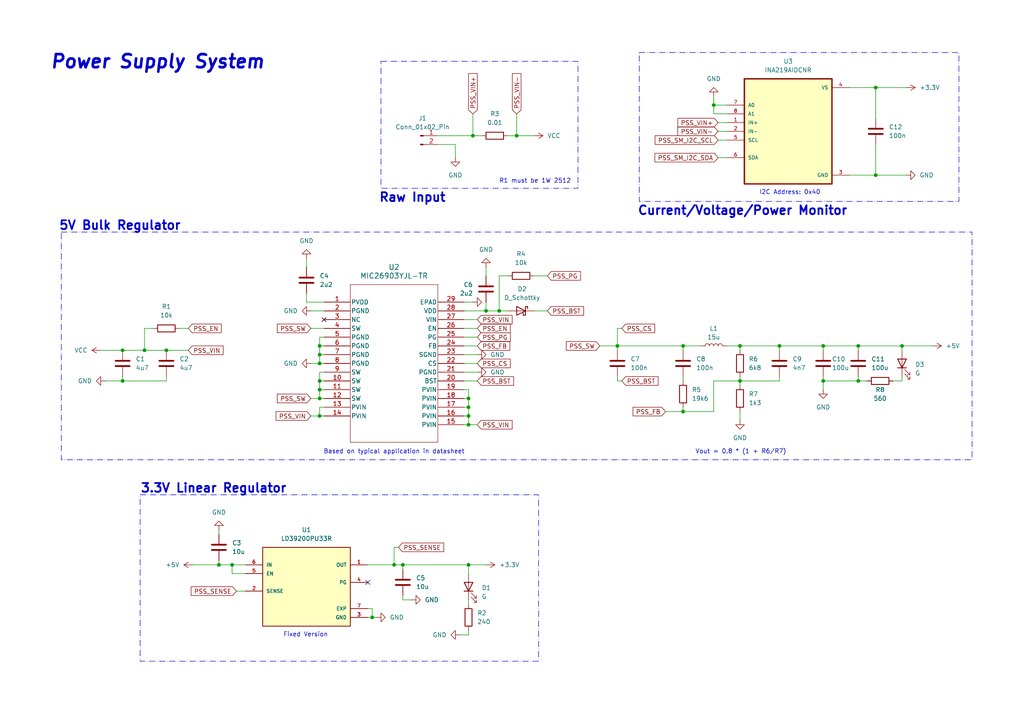
<source format=kicad_sch>
(kicad_sch (version 20250114) (generator "eeschema") (generator_version "9.0")
  (paper "A4")
  (title_block (title "Power Supply") (date "2025-10-25") (rev "0.1") (company "Breno Soares Alves"))
  (lib_symbols
    (symbol "Connector:Conn_01x02_Pin" (pin_names (offset 1.016) (hide yes))
      (property "Reference" "J" (at 0 2.54 0))
      (property "Value" "Conn_01x02_Pin" (at 0 -5.08 0))
      (symbol "Conn_01x02_Pin_1_1"
        (rectangle (start 0.8636 0.127) (end 0 -0.127) (stroke (width 0.1524)) (fill (type outline)))
        (rectangle (start 0.8636 -2.413) (end 0 -2.667) (stroke (width 0.1524)) (fill (type outline)))
        (polyline (pts (xy 1.27 0) (xy 0.8636 0)) (stroke (width 0.1524)))
        (polyline (pts (xy 1.27 -2.54) (xy 0.8636 -2.54)) (stroke (width 0.1524)))
        (pin passive line (at 5.08 0 180) (length 3.81) (name "Pin_1") (number "1"))
        (pin passive line (at 5.08 -2.54 180) (length 3.81) (name "Pin_2") (number "2"))
      )
    )
    (symbol "Device:C" (pin_numbers (hide yes)) (pin_names (offset 0.254))
      (property "Reference" "C" (at 0.635 2.54 0))
      (property "Value" "C" (at 0.635 -2.54 0))
      (symbol "C_0_1"
        (polyline (pts (xy -2.032 0.762) (xy 2.032 0.762)) (stroke (width 0.508)))
        (polyline (pts (xy -2.032 -0.762) (xy 2.032 -0.762)) (stroke (width 0.508)))
      )
      (symbol "C_1_1"
        (pin passive line (at 0 3.81 270) (length 2.794) (name "~") (number "1"))
        (pin passive line (at 0 -3.81 90) (length 2.794) (name "~") (number "2"))
      )
    )
    (symbol "Device:D_Schottky" (pin_numbers (hide yes)) (pin_names (offset 1.016) (hide yes))
      (property "Reference" "D" (at 0 2.54 0))
      (property "Value" "D_Schottky" (at 0 -2.54 0))
      (symbol "D_Schottky_0_1"
        (polyline (pts (xy -1.905 0.635) (xy -1.905 1.27) (xy -1.27 1.27) (xy -1.27 -1.27) (xy -0.635 -1.27) (xy -0.635 -0.635)) (stroke (width 0.254)))
        (polyline (pts (xy 1.27 1.27) (xy 1.27 -1.27) (xy -1.27 0) (xy 1.27 1.27)) (stroke (width 0.254)))
        (polyline (pts (xy 1.27 0) (xy -1.27 0)))
      )
      (symbol "D_Schottky_1_1"
        (pin passive line (at -3.81 0 0) (length 2.54) (name "K") (number "1"))
        (pin passive line (at 3.81 0 180) (length 2.54) (name "A") (number "2"))
      )
    )
    (symbol "Device:L" (pin_numbers (hide yes)) (pin_names (offset 1.016) (hide yes))
      (property "Reference" "L" (at -1.27 0 90))
      (property "Value" "L" (at 1.905 0 90))
      (symbol "L_0_1"
        (arc (start 0 2.54) (mid 0.6323 1.905) (end 0 1.27))
        (arc (start 0 1.27) (mid 0.6323 0.635) (end 0 0))
        (arc (start 0 0) (mid 0.6323 -0.635) (end 0 -1.27))
        (arc (start 0 -1.27) (mid 0.6323 -1.905) (end 0 -2.54))
      )
      (symbol "L_1_1"
        (pin passive line (at 0 3.81 270) (length 1.27) (name "1") (number "1"))
        (pin passive line (at 0 -3.81 90) (length 1.27) (name "2") (number "2"))
      )
    )
    (symbol "Device:LED" (pin_numbers (hide yes)) (pin_names (offset 1.016) (hide yes))
      (property "Reference" "D" (at 0 2.54 0))
      (property "Value" "LED" (at 0 -2.54 0))
      (symbol "LED_0_1"
        (polyline (pts (xy -3.048 -0.762) (xy -4.572 -2.286) (xy -3.81 -2.286) (xy -4.572 -2.286) (xy -4.572 -1.524)))
        (polyline (pts (xy -1.778 -0.762) (xy -3.302 -2.286) (xy -2.54 -2.286) (xy -3.302 -2.286) (xy -3.302 -1.524)))
        (polyline (pts (xy -1.27 0) (xy 1.27 0)))
        (polyline (pts (xy -1.27 -1.27) (xy -1.27 1.27)) (stroke (width 0.254)))
        (polyline (pts (xy 1.27 -1.27) (xy 1.27 1.27) (xy -1.27 0) (xy 1.27 -1.27)) (stroke (width 0.254)))
      )
      (symbol "LED_1_1"
        (pin passive line (at -3.81 0 0) (length 2.54) (name "K") (number "1"))
        (pin passive line (at 3.81 0 180) (length 2.54) (name "A") (number "2"))
      )
    )
    (symbol "Device:R" (pin_numbers (hide yes)) (pin_names (offset 0))
      (property "Reference" "R" (at 2.032 0 90))
      (property "Value" "R" (at 0 0 90))
      (symbol "R_0_1"
        (rectangle (start -1.016 -2.54) (end 1.016 2.54) (stroke (width 0.254)))
      )
      (symbol "R_1_1"
        (pin passive line (at 0 3.81 270) (length 1.27) (name "~") (number "1"))
        (pin passive line (at 0 -3.81 90) (length 1.27) (name "~") (number "2"))
      )
    )
    (symbol "comps:INA219AIDCNR" (pin_names (offset 1.016))
      (property "Reference" "U" (at -12.7 16.24 0))
      (property "Value" "INA219AIDCNR" (at -12.7 -19.24 0))
      (symbol "INA219AIDCNR_0_0"
        (rectangle (start -12.7 -15.24) (end 12.7 15.24) (stroke (width 0.41)) (fill (type background)))
        (pin input line (at -17.78 7.62 0) (length 5.08) (name "A0") (number "7"))
        (pin input line (at -17.78 5.08 0) (length 5.08) (name "A1") (number "8"))
        (pin input line (at -17.78 2.54 0) (length 5.08) (name "IN+") (number "1"))
        (pin input line (at -17.78 0 0) (length 5.08) (name "IN-") (number "2"))
        (pin input line (at -17.78 -2.54 0) (length 5.08) (name "SCL") (number "5"))
        (pin bidirectional line (at -17.78 -7.62 0) (length 5.08) (name "SDA") (number "6"))
        (pin power_in line (at 17.78 12.7 180) (length 5.08) (name "VS") (number "4"))
        (pin power_in line (at 17.78 -12.7 180) (length 5.08) (name "GND") (number "3"))
      )
    )
    (symbol "comps:LD39200PU33R" (pin_names (offset 1.016))
      (property "Reference" "U" (at -12.7 13.462 0))
      (property "Value" "LD39200PU33R" (at -12.7 -12.7 0))
      (symbol "LD39200PU33R_0_0"
        (rectangle (start -12.7 -10.16) (end 12.7 12.7) (stroke (width 0.254)) (fill (type background)))
        (pin input line (at -17.78 7.62 0) (length 5.08) (name "IN") (number "6"))
        (pin input line (at -17.78 5.08 0) (length 5.08) (name "EN") (number "5"))
        (pin input line (at -17.78 0 0) (length 5.08) (name "SENSE") (number "2"))
        (pin output line (at 17.78 7.62 180) (length 5.08) (name "OUT") (number "1"))
        (pin output line (at 17.78 2.54 180) (length 5.08) (name "PG") (number "4"))
        (pin power_in line (at 17.78 -5.08 180) (length 5.08) (name "EXP") (number "7"))
        (pin power_in line (at 17.78 -7.62 180) (length 5.08) (name "GND") (number "3"))
      )
    )
    (symbol "comps:MIC26903YJL-TR" (pin_names (offset 0.254))
      (property "Reference" "U" (at 20.32 10.16 0))
      (property "Value" "MIC26903YJL-TR" (at 20.32 7.62 0))
      (symbol "MIC26903YJL-TR_0_1"
        (polyline (pts (xy 7.62 5.08) (xy 7.62 -40.64)) (stroke (width 0.127)))
        (polyline (pts (xy 7.62 -40.64) (xy 33.02 -40.64)) (stroke (width 0.127)))
        (polyline (pts (xy 33.02 5.08) (xy 7.62 5.08)) (stroke (width 0.127)))
        (polyline (pts (xy 33.02 -40.64) (xy 33.02 5.08)) (stroke (width 0.127)))
        (pin power_in line (at 0 0 0) (length 7.62) (name "PVDD") (number "1"))
        (pin power_in line (at 0 -2.54 0) (length 7.62) (name "PGND") (number "2"))
        (pin no_connect line (at 0 -5.08 0) (length 7.62) (name "NC") (number "3"))
        (pin output line (at 0 -7.62 0) (length 7.62) (name "SW") (number "4"))
        (pin power_in line (at 0 -10.16 0) (length 7.62) (name "PGND") (number "5"))
        (pin power_in line (at 0 -12.7 0) (length 7.62) (name "PGND") (number "6"))
        (pin power_in line (at 0 -15.24 0) (length 7.62) (name "PGND") (number "7"))
        (pin power_in line (at 0 -17.78 0) (length 7.62) (name "PGND") (number "8"))
        (pin output line (at 0 -20.32 0) (length 7.62) (name "SW") (number "9"))
        (pin output line (at 0 -22.86 0) (length 7.62) (name "SW") (number "10"))
        (pin output line (at 0 -25.4 0) (length 7.62) (name "SW") (number "11"))
        (pin output line (at 0 -27.94 0) (length 7.62) (name "SW") (number "12"))
        (pin input line (at 0 -30.48 0) (length 7.62) (name "PVIN") (number "13"))
        (pin input line (at 0 -33.02 0) (length 7.62) (name "PVIN") (number "14"))
        (pin unspecified line (at 40.64 0 180) (length 7.62) (name "EPAD") (number "29"))
        (pin power_in line (at 40.64 -2.54 180) (length 7.62) (name "VDD") (number "28"))
        (pin input line (at 40.64 -5.08 180) (length 7.62) (name "VIN") (number "27"))
        (pin input line (at 40.64 -7.62 180) (length 7.62) (name "EN") (number "26"))
        (pin output line (at 40.64 -10.16 180) (length 7.62) (name "PG") (number "25"))
        (pin input line (at 40.64 -12.7 180) (length 7.62) (name "FB") (number "24"))
        (pin power_in line (at 40.64 -15.24 180) (length 7.62) (name "SGND") (number "23"))
        (pin input line (at 40.64 -17.78 180) (length 7.62) (name "CS") (number "22"))
        (pin power_in line (at 40.64 -20.32 180) (length 7.62) (name "PGND") (number "21"))
        (pin output line (at 40.64 -22.86 180) (length 7.62) (name "BST") (number "20"))
        (pin input line (at 40.64 -25.4 180) (length 7.62) (name "PVIN") (number "19"))
        (pin input line (at 40.64 -27.94 180) (length 7.62) (name "PVIN") (number "18"))
        (pin input line (at 40.64 -30.48 180) (length 7.62) (name "PVIN") (number "17"))
        (pin input line (at 40.64 -33.02 180) (length 7.62) (name "PVIN") (number "16"))
        (pin input line (at 40.64 -35.56 180) (length 7.62) (name "PVIN") (number "15"))
      )
    )
    (symbol "power:+3.3V" (power) (pin_numbers (hide yes)) (pin_names (offset 0) (hide yes))
      (property "Value" "+3.3V" (at 0 3.556 0))
      (symbol "+3.3V_0_1"
        (polyline (pts (xy -0.762 1.27) (xy 0 2.54)))
        (polyline (pts (xy 0 2.54) (xy 0.762 1.27)))
        (polyline (pts (xy 0 0) (xy 0 2.54)))
      )
      (symbol "+3.3V_1_1"
        (pin power_in line (at 0 0 90) (length 0) (name "~") (number "1"))
      )
    )
    (symbol "power:+5V" (power) (pin_numbers (hide yes)) (pin_names (offset 0) (hide yes))
      (property "Value" "+5V" (at 0 3.556 0))
      (symbol "+5V_0_1"
        (polyline (pts (xy -0.762 1.27) (xy 0 2.54)))
        (polyline (pts (xy 0 2.54) (xy 0.762 1.27)))
        (polyline (pts (xy 0 0) (xy 0 2.54)))
      )
      (symbol "+5V_1_1"
        (pin power_in line (at 0 0 90) (length 0) (name "~") (number "1"))
      )
    )
    (symbol "power:GND" (power) (pin_numbers (hide yes)) (pin_names (offset 0) (hide yes))
      (property "Value" "GND" (at 0 -3.81 0))
      (symbol "GND_0_1"
        (polyline (pts (xy 0 0) (xy 0 -1.27) (xy 1.27 -1.27) (xy 0 -2.54) (xy -1.27 -1.27) (xy 0 -1.27)))
      )
      (symbol "GND_1_1"
        (pin power_in line (at 0 0 270) (length 0) (name "~") (number "1"))
      )
    )
    (symbol "power:VCC" (power) (pin_numbers (hide yes)) (pin_names (offset 0) (hide yes))
      (property "Value" "VCC" (at 0 3.556 0))
      (symbol "VCC_0_1"
        (polyline (pts (xy -0.762 1.27) (xy 0 2.54)))
        (polyline (pts (xy 0 2.54) (xy 0.762 1.27)))
        (polyline (pts (xy 0 0) (xy 0 2.54)))
      )
      (symbol "VCC_1_1"
        (pin power_in line (at 0 0 90) (length 0) (name "~") (number "1"))
      )
    )
  )
  (rectangle (start 17.78 67.31) (end 281.94 133.35) (stroke (width 0) (type dash_dot)))
  (rectangle (start 185.42 15.24) (end 278.13 58.42) (stroke (width 0) (type dash_dot)))
  (rectangle (start 110.49 17.78) (end 167.64 54.61) (stroke (width 0) (type dash_dot)))
  (rectangle (start 40.64 143.51) (end 156.21 191.77) (stroke (width 0) (type dash_dot)))
  (text "Based on typical application in datasheet" (at 114.3 131.064 0) (effects (font (size 1.27 1.27))))
  (text "I2C Address: 0x40" (at 229.108 55.88 0) (effects (font (size 1.27 1.27))))
  (text "Raw Input" (at 119.634 57.404 0) (effects (font (size 2.54 2.54) (thickness 0.508) (bold yes))))
  (text "3.3V Linear Regulator" (at 61.976 141.732 0) (effects (font (size 2.54 2.54) (thickness 0.508) (bold yes))))
  (text "R1 must be 1W 2512" (at 155.194 52.578 0) (effects (font (size 1.27 1.27))))
  (text "Fixed Version" (at 88.646 184.15 0) (effects (font (size 1.27 1.27))))
  (text "Power Supply System" (at 45.72 18.034 0) (effects (font (size 3.81 3.81) (thickness 0.762) (bold yes) (italic yes))))
  (text "Current/Voltage/Power Monitor" (at 215.392 61.214 0) (effects (font (size 2.54 2.54) (thickness 0.508) (bold yes))))
  (text "5V Bulk Regulator" (at 34.798 65.532 0) (effects (font (size 2.54 2.54) (thickness 0.508) (bold yes))))
  (text "Vout = 0.8 * (1 + R6/R7)" (at 214.884 131.064 0) (effects (font (size 1.27 1.27))))
  (junction (at 248.92 100.33))
  (junction (at 149.86 39.37))
  (junction (at 67.31 163.83))
  (junction (at 198.12 100.33))
  (junction (at 135.89 120.65))
  (junction (at 248.92 110.49))
  (junction (at 135.89 163.83))
  (junction (at 198.12 119.38))
  (junction (at 92.71 115.57))
  (junction (at 35.56 110.49))
  (junction (at 254 50.8))
  (junction (at 214.63 110.49))
  (junction (at 63.5 163.83))
  (junction (at 92.71 113.03))
  (junction (at 238.76 110.49))
  (junction (at 35.56 101.6))
  (junction (at 254 25.4))
  (junction (at 41.91 101.6))
  (junction (at 261.62 100.33))
  (junction (at 135.89 118.11))
  (junction (at 116.84 163.83))
  (junction (at 137.16 39.37))
  (junction (at 226.06 100.33))
  (junction (at 107.95 179.07))
  (junction (at 135.89 115.57))
  (junction (at 207.01 30.48))
  (junction (at 92.71 105.41))
  (junction (at 179.07 100.33))
  (junction (at 135.89 123.19))
  (junction (at 92.71 102.87))
  (junction (at 238.76 100.33))
  (junction (at 144.78 90.17))
  (junction (at 92.71 100.33))
  (junction (at 114.3 163.83))
  (junction (at 48.26 101.6))
  (junction (at 92.71 120.65))
  (junction (at 140.97 90.17))
  (junction (at 92.71 110.49))
  (junction (at 214.63 100.33))
  (no_connect (at 106.68 168.91))
  (no_connect (at 93.98 92.71))
  (wire (pts (xy 210.82 100.33) (xy 214.63 100.33)))
  (wire (pts (xy 238.76 110.49) (xy 238.76 113.03)))
  (wire (pts (xy 144.78 90.17) (xy 147.32 90.17)))
  (wire (pts (xy 238.76 109.22) (xy 238.76 110.49)))
  (wire (pts (xy 140.97 90.17) (xy 144.78 90.17)))
  (wire (pts (xy 254 50.8) (xy 254 41.91)))
  (wire (pts (xy 30.48 110.49) (xy 35.56 110.49)))
  (wire (pts (xy 238.76 110.49) (xy 248.92 110.49)))
  (wire (pts (xy 41.91 101.6) (xy 48.26 101.6)))
  (wire (pts (xy 67.31 163.83) (xy 71.12 163.83)))
  (wire (pts (xy 144.78 90.17) (xy 144.78 80.01)))
  (wire (pts (xy 154.94 90.17) (xy 158.75 90.17)))
  (wire (pts (xy 29.21 101.6) (xy 35.56 101.6)))
  (wire (pts (xy 207.01 30.48) (xy 210.82 30.48)))
  (wire (pts (xy 88.9 85.09) (xy 88.9 87.63)))
  (wire (pts (xy 116.84 163.83) (xy 116.84 165.1)))
  (wire (pts (xy 35.56 101.6) (xy 41.91 101.6)))
  (wire (pts (xy 179.07 100.33) (xy 198.12 100.33)))
  (wire (pts (xy 248.92 100.33) (xy 261.62 100.33)))
  (wire (pts (xy 132.08 41.91) (xy 132.08 45.72)))
  (wire (pts (xy 207.01 110.49) (xy 214.63 110.49)))
  (wire (pts (xy 179.07 100.33) (xy 173.99 100.33)))
  (wire (pts (xy 92.71 110.49) (xy 93.98 110.49)))
  (wire (pts (xy 134.62 95.25) (xy 138.43 95.25)))
  (wire (pts (xy 116.84 163.83) (xy 135.89 163.83)))
  (wire (pts (xy 134.62 102.87) (xy 138.43 102.87)))
  (wire (pts (xy 114.3 163.83) (xy 116.84 163.83)))
  (wire (pts (xy 154.94 80.01) (xy 158.75 80.01)))
  (wire (pts (xy 207.01 110.49) (xy 207.01 119.38)))
  (wire (pts (xy 134.62 113.03) (xy 135.89 113.03)))
  (wire (pts (xy 68.58 171.45) (xy 71.12 171.45)))
  (wire (pts (xy 198.12 109.22) (xy 198.12 110.49)))
  (wire (pts (xy 92.71 97.79) (xy 93.98 97.79)))
  (wire (pts (xy 127 39.37) (xy 137.16 39.37)))
  (wire (pts (xy 92.71 107.95) (xy 93.98 107.95)))
  (wire (pts (xy 133.35 184.15) (xy 135.89 184.15)))
  (wire (pts (xy 254 50.8) (xy 262.89 50.8)))
  (wire (pts (xy 226.06 101.6) (xy 226.06 100.33)))
  (wire (pts (xy 135.89 163.83) (xy 140.97 163.83)))
  (wire (pts (xy 92.71 113.03) (xy 92.71 110.49)))
  (wire (pts (xy 92.71 100.33) (xy 93.98 100.33)))
  (wire (pts (xy 214.63 110.49) (xy 226.06 110.49)))
  (wire (pts (xy 92.71 118.11) (xy 93.98 118.11)))
  (wire (pts (xy 106.68 176.53) (xy 107.95 176.53)))
  (wire (pts (xy 254 25.4) (xy 254 34.29)))
  (wire (pts (xy 44.45 95.25) (xy 41.91 95.25)))
  (wire (pts (xy 198.12 100.33) (xy 198.12 101.6)))
  (wire (pts (xy 90.17 90.17) (xy 93.98 90.17)))
  (wire (pts (xy 119.38 173.99) (xy 116.84 173.99)))
  (wire (pts (xy 134.62 100.33) (xy 138.43 100.33)))
  (wire (pts (xy 92.71 110.49) (xy 92.71 107.95)))
  (wire (pts (xy 226.06 109.22) (xy 226.06 110.49)))
  (wire (pts (xy 134.62 107.95) (xy 138.43 107.95)))
  (wire (pts (xy 214.63 110.49) (xy 214.63 109.22)))
  (wire (pts (xy 207.01 33.02) (xy 207.01 30.48)))
  (wire (pts (xy 135.89 118.11) (xy 135.89 120.65)))
  (wire (pts (xy 90.17 95.25) (xy 93.98 95.25)))
  (wire (pts (xy 135.89 123.19) (xy 138.43 123.19)))
  (wire (pts (xy 48.26 101.6) (xy 54.61 101.6)))
  (wire (pts (xy 90.17 120.65) (xy 92.71 120.65)))
  (wire (pts (xy 208.28 40.64) (xy 210.82 40.64)))
  (wire (pts (xy 226.06 100.33) (xy 238.76 100.33)))
  (wire (pts (xy 246.38 50.8) (xy 254 50.8)))
  (wire (pts (xy 92.71 120.65) (xy 93.98 120.65)))
  (wire (pts (xy 208.28 45.72) (xy 210.82 45.72)))
  (wire (pts (xy 198.12 119.38) (xy 198.12 118.11)))
  (wire (pts (xy 92.71 100.33) (xy 92.71 97.79)))
  (wire (pts (xy 135.89 184.15) (xy 135.89 182.88)))
  (wire (pts (xy 63.5 162.56) (xy 63.5 163.83)))
  (wire (pts (xy 134.62 115.57) (xy 135.89 115.57)))
  (wire (pts (xy 90.17 105.41) (xy 92.71 105.41)))
  (wire (pts (xy 134.62 87.63) (xy 137.16 87.63)))
  (wire (pts (xy 137.16 39.37) (xy 139.7 39.37)))
  (wire (pts (xy 137.16 33.02) (xy 137.16 39.37)))
  (wire (pts (xy 208.28 38.1) (xy 210.82 38.1)))
  (wire (pts (xy 198.12 119.38) (xy 207.01 119.38)))
  (wire (pts (xy 106.68 179.07) (xy 107.95 179.07)))
  (wire (pts (xy 135.89 113.03) (xy 135.89 115.57)))
  (wire (pts (xy 88.9 87.63) (xy 93.98 87.63)))
  (wire (pts (xy 248.92 110.49) (xy 251.46 110.49)))
  (wire (pts (xy 140.97 77.47) (xy 140.97 80.01)))
  (wire (pts (xy 238.76 101.6) (xy 238.76 100.33)))
  (wire (pts (xy 67.31 163.83) (xy 67.31 166.37)))
  (wire (pts (xy 214.63 119.38) (xy 214.63 121.92)))
  (wire (pts (xy 214.63 101.6) (xy 214.63 100.33)))
  (wire (pts (xy 92.71 113.03) (xy 93.98 113.03)))
  (wire (pts (xy 179.07 101.6) (xy 179.07 100.33)))
  (wire (pts (xy 92.71 115.57) (xy 93.98 115.57)))
  (wire (pts (xy 207.01 30.48) (xy 207.01 27.94)))
  (wire (pts (xy 134.62 118.11) (xy 135.89 118.11)))
  (wire (pts (xy 261.62 100.33) (xy 261.62 101.6)))
  (wire (pts (xy 135.89 163.83) (xy 135.89 166.37)))
  (wire (pts (xy 193.04 119.38) (xy 198.12 119.38)))
  (wire (pts (xy 134.62 92.71) (xy 138.43 92.71)))
  (wire (pts (xy 55.88 163.83) (xy 63.5 163.83)))
  (wire (pts (xy 214.63 100.33) (xy 226.06 100.33)))
  (wire (pts (xy 179.07 110.49) (xy 179.07 109.22)))
  (wire (pts (xy 135.89 173.99) (xy 135.89 175.26)))
  (wire (pts (xy 41.91 95.25) (xy 41.91 101.6)))
  (wire (pts (xy 261.62 100.33) (xy 270.51 100.33)))
  (wire (pts (xy 115.57 158.75) (xy 114.3 158.75)))
  (wire (pts (xy 48.26 110.49) (xy 48.26 109.22)))
  (wire (pts (xy 107.95 179.07) (xy 109.22 179.07)))
  (wire (pts (xy 107.95 176.53) (xy 107.95 179.07)))
  (wire (pts (xy 214.63 110.49) (xy 214.63 111.76)))
  (wire (pts (xy 210.82 33.02) (xy 207.01 33.02)))
  (wire (pts (xy 180.34 95.25) (xy 179.07 95.25)))
  (wire (pts (xy 52.07 95.25) (xy 54.61 95.25)))
  (wire (pts (xy 144.78 80.01) (xy 147.32 80.01)))
  (wire (pts (xy 92.71 105.41) (xy 93.98 105.41)))
  (wire (pts (xy 238.76 100.33) (xy 248.92 100.33)))
  (wire (pts (xy 179.07 95.25) (xy 179.07 100.33)))
  (wire (pts (xy 254 25.4) (xy 262.89 25.4)))
  (wire (pts (xy 135.89 115.57) (xy 135.89 118.11)))
  (wire (pts (xy 35.56 109.22) (xy 35.56 110.49)))
  (wire (pts (xy 134.62 123.19) (xy 135.89 123.19)))
  (wire (pts (xy 127 41.91) (xy 132.08 41.91)))
  (wire (pts (xy 134.62 120.65) (xy 135.89 120.65)))
  (wire (pts (xy 92.71 102.87) (xy 92.71 100.33)))
  (wire (pts (xy 92.71 120.65) (xy 92.71 118.11)))
  (wire (pts (xy 246.38 25.4) (xy 254 25.4)))
  (wire (pts (xy 248.92 101.6) (xy 248.92 100.33)))
  (wire (pts (xy 149.86 39.37) (xy 154.94 39.37)))
  (wire (pts (xy 134.62 105.41) (xy 138.43 105.41)))
  (wire (pts (xy 134.62 90.17) (xy 140.97 90.17)))
  (wire (pts (xy 149.86 33.02) (xy 149.86 39.37)))
  (wire (pts (xy 261.62 110.49) (xy 261.62 109.22)))
  (wire (pts (xy 114.3 158.75) (xy 114.3 163.83)))
  (wire (pts (xy 88.9 74.93) (xy 88.9 77.47)))
  (wire (pts (xy 259.08 110.49) (xy 261.62 110.49)))
  (wire (pts (xy 92.71 102.87) (xy 93.98 102.87)))
  (wire (pts (xy 35.56 110.49) (xy 48.26 110.49)))
  (wire (pts (xy 63.5 163.83) (xy 67.31 163.83)))
  (wire (pts (xy 134.62 97.79) (xy 138.43 97.79)))
  (wire (pts (xy 134.62 110.49) (xy 138.43 110.49)))
  (wire (pts (xy 92.71 105.41) (xy 92.71 102.87)))
  (wire (pts (xy 92.71 115.57) (xy 92.71 113.03)))
  (wire (pts (xy 248.92 110.49) (xy 248.92 109.22)))
  (wire (pts (xy 198.12 100.33) (xy 203.2 100.33)))
  (wire (pts (xy 106.68 163.83) (xy 114.3 163.83)))
  (wire (pts (xy 90.17 115.57) (xy 92.71 115.57)))
  (wire (pts (xy 147.32 39.37) (xy 149.86 39.37)))
  (wire (pts (xy 116.84 173.99) (xy 116.84 172.72)))
  (wire (pts (xy 208.28 35.56) (xy 210.82 35.56)))
  (wire (pts (xy 67.31 166.37) (xy 71.12 166.37)))
  (wire (pts (xy 180.34 110.49) (xy 179.07 110.49)))
  (wire (pts (xy 140.97 87.63) (xy 140.97 90.17)))
  (wire (pts (xy 135.89 120.65) (xy 135.89 123.19)))
  (wire (pts (xy 63.5 153.67) (xy 63.5 154.94)))
  (global_label "PSS_EN" (shape input) (at 54.61 95.25 0) (property "Intersheetrefs" "${INTERSHEET_REFS}" (effects (hide yes))))
  (global_label "PSS_PG" (shape input) (at 158.75 80.01 0) (property "Intersheetrefs" "${INTERSHEET_REFS}" (effects (hide yes))))
  (global_label "PSS_EN" (shape input) (at 138.43 95.25 0) (property "Intersheetrefs" "${INTERSHEET_REFS}" (effects (hide yes))))
  (global_label "PSS_VIN-" (shape input) (at 208.28 38.1 180) (property "Intersheetrefs" "${INTERSHEET_REFS}" (effects (hide yes))))
  (global_label "PSS_SENSE" (shape input) (at 115.57 158.75 0) (property "Intersheetrefs" "${INTERSHEET_REFS}" (effects (hide yes))))
  (global_label "PSS_VIN+" (shape input) (at 208.28 35.56 180) (property "Intersheetrefs" "${INTERSHEET_REFS}" (effects (hide yes))))
  (global_label "PSS_FB" (shape input) (at 138.43 100.33 0) (property "Intersheetrefs" "${INTERSHEET_REFS}" (effects (hide yes))))
  (global_label "PSS_BST" (shape input) (at 138.43 110.49 0) (property "Intersheetrefs" "${INTERSHEET_REFS}" (effects (hide yes))))
  (global_label "PSS_VIN+" (shape input) (at 137.16 33.02 90) (property "Intersheetrefs" "${INTERSHEET_REFS}" (effects (hide yes))))
  (global_label "PSS_VIN" (shape input) (at 90.17 120.65 180) (property "Intersheetrefs" "${INTERSHEET_REFS}" (effects (hide yes))))
  (global_label "PSS_SW" (shape input) (at 173.99 100.33 180) (property "Intersheetrefs" "${INTERSHEET_REFS}" (effects (hide yes))))
  (global_label "PSS_SM_I2C_SCL" (shape input) (at 208.28 40.64 180) (property "Intersheetrefs" "${INTERSHEET_REFS}" (effects (hide yes))))
  (global_label "PSS_BST" (shape input) (at 158.75 90.17 0) (property "Intersheetrefs" "${INTERSHEET_REFS}" (effects (hide yes))))
  (global_label "PSS_VIN" (shape input) (at 138.43 92.71 0) (property "Intersheetrefs" "${INTERSHEET_REFS}" (effects (hide yes))))
  (global_label "PSS_SW" (shape input) (at 90.17 115.57 180) (property "Intersheetrefs" "${INTERSHEET_REFS}" (effects (hide yes))))
  (global_label "PSS_VIN-" (shape input) (at 149.86 33.02 90) (property "Intersheetrefs" "${INTERSHEET_REFS}" (effects (hide yes))))
  (global_label "PSS_VIN" (shape input) (at 138.43 123.19 0) (property "Intersheetrefs" "${INTERSHEET_REFS}" (effects (hide yes))))
  (global_label "PSS_SENSE" (shape input) (at 68.58 171.45 180) (property "Intersheetrefs" "${INTERSHEET_REFS}" (effects (hide yes))))
  (global_label "PSS_VIN" (shape input) (at 54.61 101.6 0) (property "Intersheetrefs" "${INTERSHEET_REFS}" (effects (hide yes))))
  (global_label "PSS_CS" (shape input) (at 180.34 95.25 0) (property "Intersheetrefs" "${INTERSHEET_REFS}" (effects (hide yes))))
  (global_label "PSS_CS" (shape input) (at 138.43 105.41 0) (property "Intersheetrefs" "${INTERSHEET_REFS}" (effects (hide yes))))
  (global_label "PSS_SM_I2C_SDA" (shape input) (at 208.28 45.72 180) (property "Intersheetrefs" "${INTERSHEET_REFS}" (effects (hide yes))))
  (global_label "PSS_SW" (shape input) (at 90.17 95.25 180) (property "Intersheetrefs" "${INTERSHEET_REFS}" (effects (hide yes))))
  (global_label "PSS_BST" (shape input) (at 180.34 110.49 0) (property "Intersheetrefs" "${INTERSHEET_REFS}" (effects (hide yes))))
  (global_label "PSS_FB" (shape input) (at 193.04 119.38 180) (property "Intersheetrefs" "${INTERSHEET_REFS}" (effects (hide yes))))
  (global_label "PSS_PG" (shape input) (at 138.43 97.79 0) (property "Intersheetrefs" "${INTERSHEET_REFS}" (effects (hide yes))))
  (symbol (lib_id "Device:C") (at 35.56 105.41 0) (unit 1)
    (property "Reference" "C1" (at 39.37 104.1399 0) (effects (justify left)))
    (property "Value" "4u7" (at 39.37 106.6799 0) (effects (justify left)))
    (property "Description" "Unpolarized capacitor" (effects (hide yes)))
  )
  (symbol (lib_id "power:GND") (at 109.22 179.07 90) (unit 1)
    (property "Reference" "#PWR08" (effects (hide yes)))
    (property "Value" "GND" (at 113.03 179.0699 90) (effects (justify right)))
    (property "Description" "Power symbol creates a global label with name \"GND\" , ground" (effects (hide yes)))
  )
  (symbol (lib_id "power:+3.3V") (at 140.97 163.83 270) (unit 1)
    (property "Reference" "#PWR016" (effects (hide yes)))
    (property "Value" "+3.3V" (at 144.78 163.8299 90) (effects (justify left)))
    (property "Description" "Power symbol creates a global label with name \"+3.3V\"" (effects (hide yes)))
  )
  (symbol (lib_id "power:GND") (at 238.76 113.03 0) (unit 1)
    (property "Reference" "#PWR020" (effects (hide yes)))
    (property "Value" "GND" (at 238.76 118.11 0))
    (property "Description" "Power symbol creates a global label with name \"GND\" , ground" (effects (hide yes)))
  )
  (symbol (lib_id "Device:C") (at 88.9 81.28 0) (unit 1)
    (property "Reference" "C4" (at 92.71 80.0099 0) (effects (justify left)))
    (property "Value" "2u2" (at 92.71 82.5499 0) (effects (justify left)))
    (property "Description" "Unpolarized capacitor" (effects (hide yes)))
  )
  (symbol (lib_id "Device:C") (at 179.07 105.41 0) (unit 1)
    (property "Reference" "C7" (at 182.88 104.1399 0) (effects (justify left)))
    (property "Value" "100n" (at 182.88 106.6799 0) (effects (justify left)))
    (property "Description" "Unpolarized capacitor" (effects (hide yes)))
  )
  (symbol (lib_id "Device:R") (at 214.63 115.57 0) (unit 1)
    (property "Reference" "R7" (at 217.17 114.2999 0) (effects (justify left)))
    (property "Value" "1k3" (at 217.17 116.8399 0) (effects (justify left)))
    (property "Description" "Resistor" (effects (hide yes)))
  )
  (symbol (lib_id "power:GND") (at 140.97 77.47 180) (unit 1)
    (property "Reference" "#PWR015" (effects (hide yes)))
    (property "Value" "GND" (at 140.97 72.39 0))
    (property "Description" "Power symbol creates a global label with name \"GND\" , ground" (effects (hide yes)))
  )
  (symbol (lib_id "power:GND") (at 88.9 74.93 180) (unit 1)
    (property "Reference" "#PWR05" (effects (hide yes)))
    (property "Value" "GND" (at 88.9 69.85 0))
    (property "Description" "Power symbol creates a global label with name \"GND\" , ground" (effects (hide yes)))
  )
  (symbol (lib_id "power:GND") (at 262.89 50.8 90) (unit 1)
    (property "Reference" "#PWR022" (effects (hide yes)))
    (property "Value" "GND" (at 266.7 50.7999 90) (effects (justify right)))
    (property "Description" "Power symbol creates a global label with name \"GND\" , ground" (effects (hide yes)))
  )
  (symbol (lib_id "power:+5V") (at 55.88 163.83 90) (unit 1)
    (property "Reference" "#PWR03" (effects (hide yes)))
    (property "Value" "+5V" (at 52.07 163.8299 90) (effects (justify left)))
    (property "Description" "Power symbol creates a global label with name \"+5V\"" (effects (hide yes)))
  )
  (symbol (lib_id "comps:MIC26903YJL-TR") (at 93.98 87.63 0) (unit 1)
    (property "Reference" "U2" (at 114.3 77.47 0) (effects (font (size 1.524 1.524))))
    (property "Value" "MIC26903YJL-TR" (at 114.3 80.01 0) (effects (font (size 1.524 1.524))))
    (property "Footprint" "comps:MLF28_5X6_MCH" (effects (hide yes)))
    (property "Datasheet" "MIC26903YJL-TR" (effects (hide yes)))
  )
  (symbol (lib_id "power:VCC") (at 29.21 101.6 90) (unit 1)
    (property "Reference" "#PWR01" (effects (hide yes)))
    (property "Value" "VCC" (at 25.4 101.5999 90) (effects (justify left)))
    (property "Description" "Power symbol creates a global label with name \"VCC\"" (effects (hide yes)))
  )
  (symbol (lib_id "Device:LED") (at 135.89 170.18 90) (unit 1)
    (property "Reference" "D1" (at 139.7 170.4974 90) (effects (justify right)))
    (property "Value" "G" (at 139.7 173.0374 90) (effects (justify right)))
    (property "Description" "Light emitting diode" (effects (hide yes)))
    (property "Sim.Pins" "1=K 2=A" (effects (hide yes)))
  )
  (symbol (lib_id "Device:C") (at 48.26 105.41 0) (unit 1)
    (property "Reference" "C2" (at 52.07 104.1399 0) (effects (justify left)))
    (property "Value" "4u7" (at 52.07 106.6799 0) (effects (justify left)))
    (property "Description" "Unpolarized capacitor" (effects (hide yes)))
  )
  (symbol (lib_id "comps:INA219AIDCNR") (at 228.6 38.1 0) (unit 1)
    (property "Reference" "U3" (at 228.6 17.78 0))
    (property "Value" "INA219AIDCNR" (at 228.6 20.32 0))
    (property "Footprint" "comps:SOT65P280X145-8N" (effects (hide yes)))
  )
  (symbol (lib_id "power:GND") (at 30.48 110.49 270) (unit 1)
    (property "Reference" "#PWR02" (effects (hide yes)))
    (property "Value" "GND" (at 26.67 110.4899 90) (effects (justify right)))
    (property "Description" "Power symbol creates a global label with name \"GND\" , ground" (effects (hide yes)))
  )
  (symbol (lib_id "Device:C") (at 63.5 158.75 0) (unit 1)
    (property "Reference" "C3" (at 67.31 157.4799 0) (effects (justify left)))
    (property "Value" "10u" (at 67.31 160.0199 0) (effects (justify left)))
    (property "Description" "Unpolarized capacitor" (effects (hide yes)))
  )
  (symbol (lib_id "Device:R") (at 48.26 95.25 90) (unit 1)
    (property "Reference" "R1" (at 48.26 88.9 90))
    (property "Value" "10k" (at 48.26 91.44 90))
    (property "Description" "Resistor" (effects (hide yes)))
  )
  (symbol (lib_id "Device:C") (at 238.76 105.41 0) (unit 1)
    (property "Reference" "C10" (at 241.3 104.14 0) (effects (justify left)))
    (property "Value" "100u" (at 241.3 106.68 0) (effects (justify left)))
    (property "Description" "Unpolarized capacitor" (effects (hide yes)))
  )
  (symbol (lib_id "comps:LD39200PU33R") (at 88.9 171.45 0) (unit 1)
    (property "Reference" "U1" (at 88.9 153.67 0))
    (property "Value" "LD39200PU33R" (at 88.9 156.21 0))
    (property "Footprint" "LD39200PU33R:SON95P300X300X100-7N" (effects (hide yes)))
    (property "B_NOM" "0.34" (effects (hide yes)))
    (property "A_MAX" "1.0" (effects (hide yes)))
    (property "B_MAX" "0.45" (effects (hide yes)))
    (property "ENOM" "0.95" (effects (hide yes)))
    (property "D_NOM" "3.0" (effects (hide yes)))
    (property "D_MAX" "3.1" (effects (hide yes)))
    (property "L_MAX" "0.5" (effects (hide yes)))
    (property "E2_NOM" "1.625" (effects (hide yes)))
    (property "STANDARD" "IPC 7351B" (effects (hide yes)))
    (property "PARTREV" "3" (effects (hide yes)))
    (property "E_NOM" "3.0" (effects (hide yes)))
    (property "B_MIN" "0.23" (effects (hide yes)))
    (property "D2_NOM" "2.365" (effects (hide yes)))
    (property "PIN_COUNT" "6.0" (effects (hide yes)))
    (property "L_NOM" "0.4" (effects (hide yes)))
    (property "MANUFACTURER" "ST Microelectronics" (effects (hide yes)))
    (property "MAXIMUM_PACKAGE_HEIGHT" "1.0mm" (effects (hide yes)))
    (property "E_MIN" "2.9" (effects (hide yes)))
    (property "D_MIN" "2.9" (effects (hide yes)))
    (property "L_MIN" "0.3" (effects (hide yes)))
    (property "E_MAX" "3.1" (effects (hide yes)))
  )
  (symbol (lib_id "power:GND") (at 137.16 87.63 90) (unit 1)
    (property "Reference" "#PWR012" (effects (hide yes)))
    (property "Value" "GND" (effects (hide yes)))
    (property "Description" "Power symbol creates a global label with name \"GND\" , ground" (effects (hide yes)))
  )
  (symbol (lib_id "Device:R") (at 198.12 114.3 0) (unit 1)
    (property "Reference" "R5" (at 200.66 113.0299 0) (effects (justify left)))
    (property "Value" "19k6" (at 200.66 115.5699 0) (effects (justify left)))
    (property "Description" "Resistor" (effects (hide yes)))
  )
  (symbol (lib_id "power:GND") (at 214.63 121.92 0) (unit 1)
    (property "Reference" "#PWR019" (effects (hide yes)))
    (property "Value" "GND" (at 214.63 127 0))
    (property "Description" "Power symbol creates a global label with name \"GND\" , ground" (effects (hide yes)))
  )
  (symbol (lib_id "Device:R") (at 135.89 179.07 0) (unit 1)
    (property "Reference" "R2" (at 138.43 177.7999 0) (effects (justify left)))
    (property "Value" "240" (at 138.43 180.3399 0) (effects (justify left)))
    (property "Description" "Resistor" (effects (hide yes)))
  )
  (symbol (lib_id "Device:L") (at 207.01 100.33 90) (unit 1)
    (property "Reference" "L1" (at 207.01 95.25 90))
    (property "Value" "15u" (at 207.01 97.79 90))
    (property "Description" "Inductor" (effects (hide yes)))
  )
  (symbol (lib_id "power:+5V") (at 270.51 100.33 270) (unit 1)
    (property "Reference" "#PWR023" (effects (hide yes)))
    (property "Value" "+5V" (at 274.32 100.3299 90) (effects (justify left)))
    (property "Description" "Power symbol creates a global label with name \"+5V\"" (effects (hide yes)))
  )
  (symbol (lib_id "Device:R") (at 143.51 39.37 90) (unit 1)
    (property "Reference" "R3" (at 143.51 33.02 90))
    (property "Value" "0.01" (at 143.51 35.56 90))
    (property "Description" "Resistor" (effects (hide yes)))
  )
  (symbol (lib_id "power:GND") (at 138.43 107.95 90) (mirror x) (unit 1)
    (property "Reference" "#PWR014" (effects (hide yes)))
    (property "Value" "GND" (at 142.24 107.9499 90) (effects (justify right)))
    (property "Description" "Power symbol creates a global label with name \"GND\" , ground" (effects (hide yes)))
  )
  (symbol (lib_id "Device:C") (at 248.92 105.41 0) (unit 1)
    (property "Reference" "C11" (at 252.73 104.1399 0) (effects (justify left)))
    (property "Value" "100u" (at 252.73 106.6799 0) (effects (justify left)))
    (property "Description" "Unpolarized capacitor" (effects (hide yes)))
  )
  (symbol (lib_id "Device:C") (at 198.12 105.41 0) (unit 1)
    (property "Reference" "C8" (at 201.93 104.1399 0) (effects (justify left)))
    (property "Value" "100n" (at 201.93 106.6799 0) (effects (justify left)))
    (property "Description" "Unpolarized capacitor" (effects (hide yes)))
  )
  (symbol (lib_id "Device:R") (at 255.27 110.49 90) (unit 1)
    (property "Reference" "R8" (at 255.27 113.03 90))
    (property "Value" "560" (at 255.27 115.57 90))
    (property "Description" "Resistor" (effects (hide yes)))
  )
  (symbol (lib_id "power:VCC") (at 154.94 39.37 270) (unit 1)
    (property "Reference" "#PWR017" (effects (hide yes)))
    (property "Value" "VCC" (at 158.75 39.3699 90) (effects (justify left)))
    (property "Description" "Power symbol creates a global label with name \"VCC\"" (effects (hide yes)))
  )
  (symbol (lib_id "Connector:Conn_01x02_Pin") (at 121.92 39.37 0) (unit 1)
    (property "Reference" "J1" (at 122.555 34.29 0))
    (property "Value" "Conn_01x02_Pin" (at 122.555 36.83 0))
    (property "Description" "Generic connector, single row, 01x02, script generated" (effects (hide yes)))
  )
  (symbol (lib_id "Device:C") (at 140.97 83.82 0) (mirror x) (unit 1)
    (property "Reference" "C6" (at 137.16 82.5499 0) (effects (justify right)))
    (property "Value" "2u2" (at 137.16 85.0899 0) (effects (justify right)))
    (property "Description" "Unpolarized capacitor" (effects (hide yes)))
  )
  (symbol (lib_id "power:GND") (at 138.43 102.87 90) (mirror x) (unit 1)
    (property "Reference" "#PWR013" (effects (hide yes)))
    (property "Value" "GND" (at 142.24 102.8699 90) (effects (justify right)))
    (property "Description" "Power symbol creates a global label with name \"GND\" , ground" (effects (hide yes)))
  )
  (symbol (lib_id "Device:C") (at 254 38.1 0) (unit 1)
    (property "Reference" "C12" (at 257.81 36.8299 0) (effects (justify left)))
    (property "Value" "100n" (at 257.81 39.3699 0) (effects (justify left)))
    (property "Description" "Unpolarized capacitor" (effects (hide yes)))
  )
  (symbol (lib_id "power:GND") (at 132.08 45.72 0) (unit 1)
    (property "Reference" "#PWR010" (effects (hide yes)))
    (property "Value" "GND" (at 132.08 50.8 0))
    (property "Description" "Power symbol creates a global label with name \"GND\" , ground" (effects (hide yes)))
  )
  (symbol (lib_id "power:GND") (at 90.17 105.41 270) (unit 1)
    (property "Reference" "#PWR07" (effects (hide yes)))
    (property "Value" "GND" (at 86.36 105.4099 90) (effects (justify right)))
    (property "Description" "Power symbol creates a global label with name \"GND\" , ground" (effects (hide yes)))
  )
  (symbol (lib_id "power:GND") (at 90.17 90.17 270) (unit 1)
    (property "Reference" "#PWR06" (effects (hide yes)))
    (property "Value" "GND" (at 86.36 90.1699 90) (effects (justify right)))
    (property "Description" "Power symbol creates a global label with name \"GND\" , ground" (effects (hide yes)))
  )
  (symbol (lib_id "power:GND") (at 63.5 153.67 180) (unit 1)
    (property "Reference" "#PWR04" (effects (hide yes)))
    (property "Value" "GND" (at 63.5 148.59 0))
    (property "Description" "Power symbol creates a global label with name \"GND\" , ground" (effects (hide yes)))
  )
  (symbol (lib_id "Device:R") (at 214.63 105.41 0) (unit 1)
    (property "Reference" "R6" (at 217.17 104.1399 0) (effects (justify left)))
    (property "Value" "6k8" (at 217.17 106.6799 0) (effects (justify left)))
    (property "Description" "Resistor" (effects (hide yes)))
  )
  (symbol (lib_id "power:+3.3V") (at 262.89 25.4 270) (unit 1)
    (property "Reference" "#PWR021" (effects (hide yes)))
    (property "Value" "+3.3V" (at 266.7 25.3999 90) (effects (justify left)))
    (property "Description" "Power symbol creates a global label with name \"+3.3V\"" (effects (hide yes)))
  )
  (symbol (lib_id "Device:LED") (at 261.62 105.41 90) (unit 1)
    (property "Reference" "D3" (at 265.43 105.7274 90) (effects (justify right)))
    (property "Value" "G" (at 265.43 108.2674 90) (effects (justify right)))
    (property "Description" "Light emitting diode" (effects (hide yes)))
    (property "Sim.Pins" "1=K 2=A" (effects (hide yes)))
  )
  (symbol (lib_id "Device:C") (at 226.06 105.41 0) (unit 1)
    (property "Reference" "C9" (at 229.87 104.1399 0) (effects (justify left)))
    (property "Value" "4n7" (at 229.87 106.6799 0) (effects (justify left)))
    (property "Description" "Unpolarized capacitor" (effects (hide yes)))
  )
  (symbol (lib_id "power:GND") (at 133.35 184.15 270) (unit 1)
    (property "Reference" "#PWR011" (effects (hide yes)))
    (property "Value" "GND" (at 129.54 184.1499 90) (effects (justify right)))
    (property "Description" "Power symbol creates a global label with name \"GND\" , ground" (effects (hide yes)))
  )
  (symbol (lib_id "Device:C") (at 116.84 168.91 0) (unit 1)
    (property "Reference" "C5" (at 120.65 167.6399 0) (effects (justify left)))
    (property "Value" "10u" (at 120.65 170.1799 0) (effects (justify left)))
    (property "Description" "Unpolarized capacitor" (effects (hide yes)))
  )
  (symbol (lib_id "power:GND") (at 207.01 27.94 180) (unit 1)
    (property "Reference" "#PWR018" (effects (hide yes)))
    (property "Value" "GND" (at 207.01 22.86 0))
    (property "Description" "Power symbol creates a global label with name \"GND\" , ground" (effects (hide yes)))
  )
  (symbol (lib_id "power:GND") (at 119.38 173.99 90) (unit 1)
    (property "Reference" "#PWR09" (effects (hide yes)))
    (property "Value" "GND" (at 123.19 173.9899 90) (effects (justify right)))
    (property "Description" "Power symbol creates a global label with name \"GND\" , ground" (effects (hide yes)))
  )
  (symbol (lib_id "Device:D_Schottky") (at 151.13 90.17 0) (mirror y) (unit 1)
    (property "Reference" "D2" (at 151.4475 83.82 0))
    (property "Value" "D_Schottky" (at 151.4475 86.36 0))
    (property "Description" "Schottky diode" (effects (hide yes)))
  )
  (symbol (lib_id "Device:R") (at 151.13 80.01 90) (unit 1)
    (property "Reference" "R4" (at 151.13 73.66 90))
    (property "Value" "10k" (at 151.13 76.2 90))
    (property "Description" "Resistor" (effects (hide yes)))
  )
)
</source>
